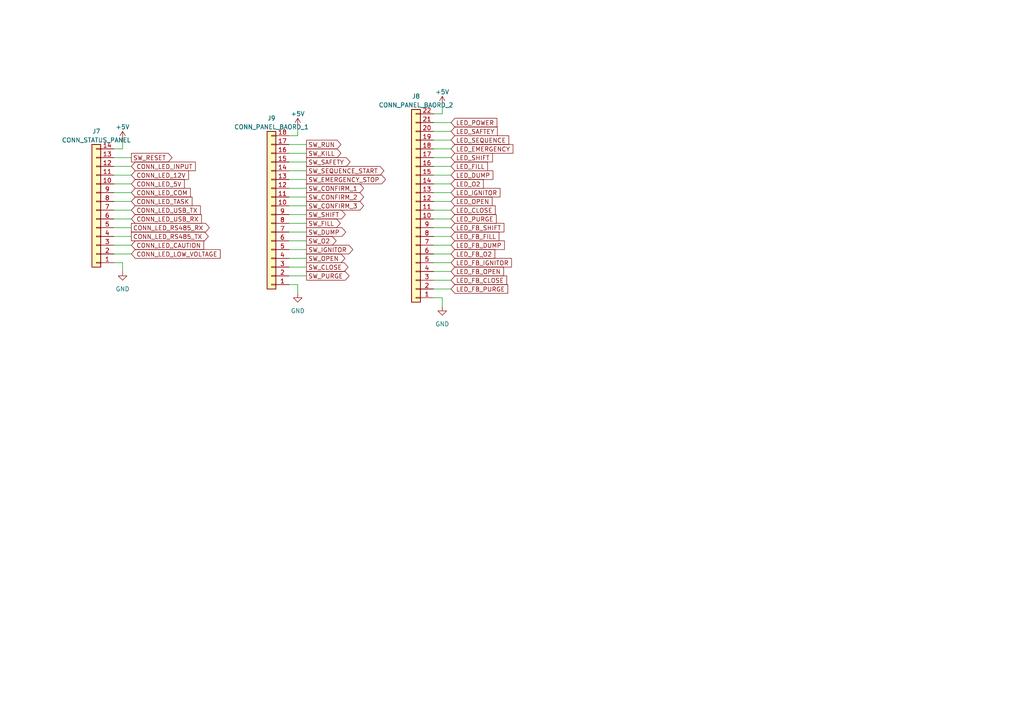
<source format=kicad_sch>
(kicad_sch (version 20230121) (generator eeschema)
  (paper "A4")
  (lib_symbols
    (symbol "Connector_Generic:Conn_01x14" (pin_names (offset 1.016) hide)
      (property "Reference" "J" (at 0 17.78 0))
      (property "Value" "Conn_01x14" (at 0 -20.32 0))
      (symbol "Conn_01x14_1_1"
        (rectangle (start -1.27 -17.653) (end 0 -17.907) (stroke (width 0.1524)))
        (rectangle (start -1.27 -15.113) (end 0 -15.367) (stroke (width 0.1524)))
        (rectangle (start -1.27 -12.573) (end 0 -12.827) (stroke (width 0.1524)))
        (rectangle (start -1.27 -10.033) (end 0 -10.287) (stroke (width 0.1524)))
        (rectangle (start -1.27 -7.493) (end 0 -7.747) (stroke (width 0.1524)))
        (rectangle (start -1.27 -4.953) (end 0 -5.207) (stroke (width 0.1524)))
        (rectangle (start -1.27 -2.413) (end 0 -2.667) (stroke (width 0.1524)))
        (rectangle (start -1.27 0.127) (end 0 -0.127) (stroke (width 0.1524)))
        (rectangle (start -1.27 2.667) (end 0 2.413) (stroke (width 0.1524)))
        (rectangle (start -1.27 5.207) (end 0 4.953) (stroke (width 0.1524)))
        (rectangle (start -1.27 7.747) (end 0 7.493) (stroke (width 0.1524)))
        (rectangle (start -1.27 10.287) (end 0 10.033) (stroke (width 0.1524)))
        (rectangle (start -1.27 12.827) (end 0 12.573) (stroke (width 0.1524)))
        (rectangle (start -1.27 15.367) (end 0 15.113) (stroke (width 0.1524)))
        (rectangle (start -1.27 16.51) (end 1.27 -19.05) (stroke (width 0.254)) (fill (type background)))
        (pin passive line (at -5.08 15.24 0) (length 3.81) (name "Pin_1") (number "1"))
        (pin passive line (at -5.08 -7.62 0) (length 3.81) (name "Pin_10") (number "10"))
        (pin passive line (at -5.08 -10.16 0) (length 3.81) (name "Pin_11") (number "11"))
        (pin passive line (at -5.08 -12.7 0) (length 3.81) (name "Pin_12") (number "12"))
        (pin passive line (at -5.08 -15.24 0) (length 3.81) (name "Pin_13") (number "13"))
        (pin passive line (at -5.08 -17.78 0) (length 3.81) (name "Pin_14") (number "14"))
        (pin passive line (at -5.08 12.7 0) (length 3.81) (name "Pin_2") (number "2"))
        (pin passive line (at -5.08 10.16 0) (length 3.81) (name "Pin_3") (number "3"))
        (pin passive line (at -5.08 7.62 0) (length 3.81) (name "Pin_4") (number "4"))
        (pin passive line (at -5.08 5.08 0) (length 3.81) (name "Pin_5") (number "5"))
        (pin passive line (at -5.08 2.54 0) (length 3.81) (name "Pin_6") (number "6"))
        (pin passive line (at -5.08 0 0) (length 3.81) (name "Pin_7") (number "7"))
        (pin passive line (at -5.08 -2.54 0) (length 3.81) (name "Pin_8") (number "8"))
        (pin passive line (at -5.08 -5.08 0) (length 3.81) (name "Pin_9") (number "9"))
      )
    )
    (symbol "Connector_Generic:Conn_01x18" (pin_names (offset 1.016) hide)
      (property "Reference" "J" (at 0 22.86 0))
      (property "Value" "Conn_01x18" (at 0 -25.4 0))
      (symbol "Conn_01x18_1_1"
        (rectangle (start -1.27 -22.733) (end 0 -22.987) (stroke (width 0.1524)))
        (rectangle (start -1.27 -20.193) (end 0 -20.447) (stroke (width 0.1524)))
        (rectangle (start -1.27 -17.653) (end 0 -17.907) (stroke (width 0.1524)))
        (rectangle (start -1.27 -15.113) (end 0 -15.367) (stroke (width 0.1524)))
        (rectangle (start -1.27 -12.573) (end 0 -12.827) (stroke (width 0.1524)))
        (rectangle (start -1.27 -10.033) (end 0 -10.287) (stroke (width 0.1524)))
        (rectangle (start -1.27 -7.493) (end 0 -7.747) (stroke (width 0.1524)))
        (rectangle (start -1.27 -4.953) (end 0 -5.207) (stroke (width 0.1524)))
        (rectangle (start -1.27 -2.413) (end 0 -2.667) (stroke (width 0.1524)))
        (rectangle (start -1.27 0.127) (end 0 -0.127) (stroke (width 0.1524)))
        (rectangle (start -1.27 2.667) (end 0 2.413) (stroke (width 0.1524)))
        (rectangle (start -1.27 5.207) (end 0 4.953) (stroke (width 0.1524)))
        (rectangle (start -1.27 7.747) (end 0 7.493) (stroke (width 0.1524)))
        (rectangle (start -1.27 10.287) (end 0 10.033) (stroke (width 0.1524)))
        (rectangle (start -1.27 12.827) (end 0 12.573) (stroke (width 0.1524)))
        (rectangle (start -1.27 15.367) (end 0 15.113) (stroke (width 0.1524)))
        (rectangle (start -1.27 17.907) (end 0 17.653) (stroke (width 0.1524)))
        (rectangle (start -1.27 20.447) (end 0 20.193) (stroke (width 0.1524)))
        (rectangle (start -1.27 21.59) (end 1.27 -24.13) (stroke (width 0.254)) (fill (type background)))
        (pin passive line (at -5.08 20.32 0) (length 3.81) (name "Pin_1") (number "1"))
        (pin passive line (at -5.08 -2.54 0) (length 3.81) (name "Pin_10") (number "10"))
        (pin passive line (at -5.08 -5.08 0) (length 3.81) (name "Pin_11") (number "11"))
        (pin passive line (at -5.08 -7.62 0) (length 3.81) (name "Pin_12") (number "12"))
        (pin passive line (at -5.08 -10.16 0) (length 3.81) (name "Pin_13") (number "13"))
        (pin passive line (at -5.08 -12.7 0) (length 3.81) (name "Pin_14") (number "14"))
        (pin passive line (at -5.08 -15.24 0) (length 3.81) (name "Pin_15") (number "15"))
        (pin passive line (at -5.08 -17.78 0) (length 3.81) (name "Pin_16") (number "16"))
        (pin passive line (at -5.08 -20.32 0) (length 3.81) (name "Pin_17") (number "17"))
        (pin passive line (at -5.08 -22.86 0) (length 3.81) (name "Pin_18") (number "18"))
        (pin passive line (at -5.08 17.78 0) (length 3.81) (name "Pin_2") (number "2"))
        (pin passive line (at -5.08 15.24 0) (length 3.81) (name "Pin_3") (number "3"))
        (pin passive line (at -5.08 12.7 0) (length 3.81) (name "Pin_4") (number "4"))
        (pin passive line (at -5.08 10.16 0) (length 3.81) (name "Pin_5") (number "5"))
        (pin passive line (at -5.08 7.62 0) (length 3.81) (name "Pin_6") (number "6"))
        (pin passive line (at -5.08 5.08 0) (length 3.81) (name "Pin_7") (number "7"))
        (pin passive line (at -5.08 2.54 0) (length 3.81) (name "Pin_8") (number "8"))
        (pin passive line (at -5.08 0 0) (length 3.81) (name "Pin_9") (number "9"))
      )
    )
    (symbol "Connector_Generic:Conn_01x22" (pin_names (offset 1.016) hide)
      (property "Reference" "J" (at 0 27.94 0))
      (property "Value" "Conn_01x22" (at 0 -30.48 0))
      (symbol "Conn_01x22_1_1"
        (rectangle (start -1.27 -27.813) (end 0 -28.067) (stroke (width 0.1524)))
        (rectangle (start -1.27 -25.273) (end 0 -25.527) (stroke (width 0.1524)))
        (rectangle (start -1.27 -22.733) (end 0 -22.987) (stroke (width 0.1524)))
        (rectangle (start -1.27 -20.193) (end 0 -20.447) (stroke (width 0.1524)))
        (rectangle (start -1.27 -17.653) (end 0 -17.907) (stroke (width 0.1524)))
        (rectangle (start -1.27 -15.113) (end 0 -15.367) (stroke (width 0.1524)))
        (rectangle (start -1.27 -12.573) (end 0 -12.827) (stroke (width 0.1524)))
        (rectangle (start -1.27 -10.033) (end 0 -10.287) (stroke (width 0.1524)))
        (rectangle (start -1.27 -7.493) (end 0 -7.747) (stroke (width 0.1524)))
        (rectangle (start -1.27 -4.953) (end 0 -5.207) (stroke (width 0.1524)))
        (rectangle (start -1.27 -2.413) (end 0 -2.667) (stroke (width 0.1524)))
        (rectangle (start -1.27 0.127) (end 0 -0.127) (stroke (width 0.1524)))
        (rectangle (start -1.27 2.667) (end 0 2.413) (stroke (width 0.1524)))
        (rectangle (start -1.27 5.207) (end 0 4.953) (stroke (width 0.1524)))
        (rectangle (start -1.27 7.747) (end 0 7.493) (stroke (width 0.1524)))
        (rectangle (start -1.27 10.287) (end 0 10.033) (stroke (width 0.1524)))
        (rectangle (start -1.27 12.827) (end 0 12.573) (stroke (width 0.1524)))
        (rectangle (start -1.27 15.367) (end 0 15.113) (stroke (width 0.1524)))
        (rectangle (start -1.27 17.907) (end 0 17.653) (stroke (width 0.1524)))
        (rectangle (start -1.27 20.447) (end 0 20.193) (stroke (width 0.1524)))
        (rectangle (start -1.27 22.987) (end 0 22.733) (stroke (width 0.1524)))
        (rectangle (start -1.27 25.527) (end 0 25.273) (stroke (width 0.1524)))
        (rectangle (start -1.27 26.67) (end 1.27 -29.21) (stroke (width 0.254)) (fill (type background)))
        (pin passive line (at -5.08 25.4 0) (length 3.81) (name "Pin_1") (number "1"))
        (pin passive line (at -5.08 2.54 0) (length 3.81) (name "Pin_10") (number "10"))
        (pin passive line (at -5.08 0 0) (length 3.81) (name "Pin_11") (number "11"))
        (pin passive line (at -5.08 -2.54 0) (length 3.81) (name "Pin_12") (number "12"))
        (pin passive line (at -5.08 -5.08 0) (length 3.81) (name "Pin_13") (number "13"))
        (pin passive line (at -5.08 -7.62 0) (length 3.81) (name "Pin_14") (number "14"))
        (pin passive line (at -5.08 -10.16 0) (length 3.81) (name "Pin_15") (number "15"))
        (pin passive line (at -5.08 -12.7 0) (length 3.81) (name "Pin_16") (number "16"))
        (pin passive line (at -5.08 -15.24 0) (length 3.81) (name "Pin_17") (number "17"))
        (pin passive line (at -5.08 -17.78 0) (length 3.81) (name "Pin_18") (number "18"))
        (pin passive line (at -5.08 -20.32 0) (length 3.81) (name "Pin_19") (number "19"))
        (pin passive line (at -5.08 22.86 0) (length 3.81) (name "Pin_2") (number "2"))
        (pin passive line (at -5.08 -22.86 0) (length 3.81) (name "Pin_20") (number "20"))
        (pin passive line (at -5.08 -25.4 0) (length 3.81) (name "Pin_21") (number "21"))
        (pin passive line (at -5.08 -27.94 0) (length 3.81) (name "Pin_22") (number "22"))
        (pin passive line (at -5.08 20.32 0) (length 3.81) (name "Pin_3") (number "3"))
        (pin passive line (at -5.08 17.78 0) (length 3.81) (name "Pin_4") (number "4"))
        (pin passive line (at -5.08 15.24 0) (length 3.81) (name "Pin_5") (number "5"))
        (pin passive line (at -5.08 12.7 0) (length 3.81) (name "Pin_6") (number "6"))
        (pin passive line (at -5.08 10.16 0) (length 3.81) (name "Pin_7") (number "7"))
        (pin passive line (at -5.08 7.62 0) (length 3.81) (name "Pin_8") (number "8"))
        (pin passive line (at -5.08 5.08 0) (length 3.81) (name "Pin_9") (number "9"))
      )
    )
    (symbol "power:+5V" (power) (pin_names (offset 0))
      (property "Value" "+5V" (at 0 3.556 0))
      (symbol "+5V_0_1"
        (polyline (pts (xy -0.762 1.27) (xy 0 2.54)))
        (polyline (pts (xy 0 0) (xy 0 2.54)))
        (polyline (pts (xy 0 2.54) (xy 0.762 1.27)))
      )
      (symbol "+5V_1_1"
        (pin power_in line (at 0 0 90) (length 0) hide (name "+5V") (number "1"))
      )
    )
    (symbol "power:GND" (power) (pin_names (offset 0))
      (property "Value" "GND" (at 0 -3.81 0))
      (symbol "GND_0_1"
        (polyline (pts (xy 0 0) (xy 0 -1.27) (xy 1.27 -1.27) (xy 0 -2.54) (xy -1.27 -1.27) (xy 0 -1.27)))
      )
      (symbol "GND_1_1"
        (pin power_in line (at 0 0 270) (length 0) hide (name "GND") (number "1"))
      )
    )
  )
  (wire (pts (xy 86.36 36.83) (xy 86.36 39.37)))
  (wire (pts (xy 83.82 52.07) (xy 88.9 52.07)))
  (wire (pts (xy 33.02 73.66) (xy 38.1 73.66)))
  (wire (pts (xy 125.73 73.66) (xy 130.81 73.66)))
  (wire (pts (xy 83.82 74.93) (xy 88.9 74.93)))
  (wire (pts (xy 33.02 58.42) (xy 38.1 58.42)))
  (wire (pts (xy 33.02 55.88) (xy 38.1 55.88)))
  (wire (pts (xy 35.56 43.18) (xy 33.02 43.18)))
  (wire (pts (xy 33.02 45.72) (xy 38.1 45.72)))
  (wire (pts (xy 83.82 57.15) (xy 88.9 57.15)))
  (wire (pts (xy 125.73 38.1) (xy 130.81 38.1)))
  (wire (pts (xy 33.02 60.96) (xy 38.1 60.96)))
  (wire (pts (xy 125.73 83.82) (xy 130.81 83.82)))
  (wire (pts (xy 128.27 86.36) (xy 128.27 88.9)))
  (wire (pts (xy 83.82 59.69) (xy 88.9 59.69)))
  (wire (pts (xy 33.02 53.34) (xy 38.1 53.34)))
  (wire (pts (xy 125.73 58.42) (xy 130.81 58.42)))
  (wire (pts (xy 35.56 40.64) (xy 35.56 43.18)))
  (wire (pts (xy 83.82 72.39) (xy 88.9 72.39)))
  (wire (pts (xy 125.73 40.64) (xy 130.81 40.64)))
  (wire (pts (xy 125.73 71.12) (xy 130.81 71.12)))
  (wire (pts (xy 125.73 63.5) (xy 130.81 63.5)))
  (wire (pts (xy 125.73 48.26) (xy 130.81 48.26)))
  (wire (pts (xy 83.82 49.53) (xy 88.9 49.53)))
  (wire (pts (xy 83.82 54.61) (xy 88.9 54.61)))
  (wire (pts (xy 83.82 69.85) (xy 88.9 69.85)))
  (wire (pts (xy 83.82 44.45) (xy 88.9 44.45)))
  (wire (pts (xy 33.02 48.26) (xy 38.1 48.26)))
  (wire (pts (xy 125.73 53.34) (xy 130.81 53.34)))
  (wire (pts (xy 83.82 62.23) (xy 88.9 62.23)))
  (wire (pts (xy 33.02 50.8) (xy 38.1 50.8)))
  (wire (pts (xy 33.02 63.5) (xy 38.1 63.5)))
  (wire (pts (xy 125.73 50.8) (xy 130.81 50.8)))
  (wire (pts (xy 125.73 78.74) (xy 130.81 78.74)))
  (wire (pts (xy 125.73 35.56) (xy 130.81 35.56)))
  (wire (pts (xy 83.82 80.01) (xy 88.9 80.01)))
  (wire (pts (xy 128.27 30.48) (xy 128.27 33.02)))
  (wire (pts (xy 33.02 71.12) (xy 38.1 71.12)))
  (wire (pts (xy 83.82 77.47) (xy 88.9 77.47)))
  (wire (pts (xy 33.02 66.04) (xy 38.1 66.04)))
  (wire (pts (xy 33.02 68.58) (xy 38.1 68.58)))
  (wire (pts (xy 33.02 76.2) (xy 35.56 76.2)))
  (wire (pts (xy 83.82 67.31) (xy 88.9 67.31)))
  (wire (pts (xy 125.73 45.72) (xy 130.81 45.72)))
  (wire (pts (xy 83.82 64.77) (xy 88.9 64.77)))
  (wire (pts (xy 125.73 86.36) (xy 128.27 86.36)))
  (wire (pts (xy 128.27 33.02) (xy 125.73 33.02)))
  (wire (pts (xy 125.73 55.88) (xy 130.81 55.88)))
  (wire (pts (xy 125.73 76.2) (xy 130.81 76.2)))
  (wire (pts (xy 125.73 81.28) (xy 130.81 81.28)))
  (wire (pts (xy 86.36 39.37) (xy 83.82 39.37)))
  (wire (pts (xy 35.56 76.2) (xy 35.56 78.74)))
  (wire (pts (xy 86.36 82.55) (xy 86.36 85.09)))
  (wire (pts (xy 125.73 60.96) (xy 130.81 60.96)))
  (wire (pts (xy 83.82 82.55) (xy 86.36 82.55)))
  (wire (pts (xy 83.82 46.99) (xy 88.9 46.99)))
  (wire (pts (xy 125.73 66.04) (xy 130.81 66.04)))
  (wire (pts (xy 125.73 43.18) (xy 130.81 43.18)))
  (wire (pts (xy 83.82 41.91) (xy 88.9 41.91)))
  (wire (pts (xy 125.73 68.58) (xy 130.81 68.58)))
  (global_label "LED_FB_CLOSE" (shape input) (at 130.81 81.28 0) (property "Intersheetrefs" "${INTERSHEET_REFS}" (effects hide)))
  (global_label "SW_EMERGENCY_STOP" (shape output) (at 88.9 52.07 0) (property "Intersheetrefs" "${INTERSHEET_REFS}" (effects hide)))
  (global_label "CONN_LED_RS485_RX" (shape output) (at 38.1 66.04 0) (property "Intersheetrefs" "${INTERSHEET_REFS}" (effects hide)))
  (global_label "CONN_LED_INPUT" (shape input) (at 38.1 48.26 0) (property "Intersheetrefs" "${INTERSHEET_REFS}" (effects hide)))
  (global_label "CONN_LED_5V" (shape input) (at 38.1 53.34 0) (property "Intersheetrefs" "${INTERSHEET_REFS}" (effects hide)))
  (global_label "SW_KILL" (shape output) (at 88.9 44.45 0) (property "Intersheetrefs" "${INTERSHEET_REFS}" (effects hide)))
  (global_label "CONN_LED_USB_TX" (shape input) (at 38.1 60.96 0) (property "Intersheetrefs" "${INTERSHEET_REFS}" (effects hide)))
  (global_label "SW_DUMP" (shape output) (at 88.9 67.31 0) (property "Intersheetrefs" "${INTERSHEET_REFS}" (effects hide)))
  (global_label "SW_CONFIRM_1" (shape output) (at 88.9 54.61 0) (property "Intersheetrefs" "${INTERSHEET_REFS}" (effects hide)))
  (global_label "LED_O2" (shape input) (at 130.81 53.34 0) (property "Intersheetrefs" "${INTERSHEET_REFS}" (effects hide)))
  (global_label "LED_EMERGENCY" (shape input) (at 130.81 43.18 0) (property "Intersheetrefs" "${INTERSHEET_REFS}" (effects hide)))
  (global_label "LED_FB_IGNITOR" (shape input) (at 130.81 76.2 0) (property "Intersheetrefs" "${INTERSHEET_REFS}" (effects hide)))
  (global_label "SW_PURGE" (shape output) (at 88.9 80.01 0) (property "Intersheetrefs" "${INTERSHEET_REFS}" (effects hide)))
  (global_label "SW_IGNITOR" (shape output) (at 88.9 72.39 0) (property "Intersheetrefs" "${INTERSHEET_REFS}" (effects hide)))
  (global_label "SW_CONFIRM_3" (shape output) (at 88.9 59.69 0) (property "Intersheetrefs" "${INTERSHEET_REFS}" (effects hide)))
  (global_label "LED_SEQUENCE" (shape input) (at 130.81 40.64 0) (property "Intersheetrefs" "${INTERSHEET_REFS}" (effects hide)))
  (global_label "LED_SAFTEY" (shape input) (at 130.81 38.1 0) (property "Intersheetrefs" "${INTERSHEET_REFS}" (effects hide)))
  (global_label "CONN_LED_USB_RX" (shape input) (at 38.1 63.5 0) (property "Intersheetrefs" "${INTERSHEET_REFS}" (effects hide)))
  (global_label "CONN_LED_TASK" (shape input) (at 38.1 58.42 0) (property "Intersheetrefs" "${INTERSHEET_REFS}" (effects hide)))
  (global_label "LED_FB_SHIFT" (shape input) (at 130.81 66.04 0) (property "Intersheetrefs" "${INTERSHEET_REFS}" (effects hide)))
  (global_label "SW_SHIFT" (shape output) (at 88.9 62.23 0) (property "Intersheetrefs" "${INTERSHEET_REFS}" (effects hide)))
  (global_label "CONN_LED_CAUTION" (shape input) (at 38.1 71.12 0) (property "Intersheetrefs" "${INTERSHEET_REFS}" (effects hide)))
  (global_label "CONN_LED_12V" (shape input) (at 38.1 50.8 0) (property "Intersheetrefs" "${INTERSHEET_REFS}" (effects hide)))
  (global_label "LED_FB_OPEN" (shape input) (at 130.81 78.74 0) (property "Intersheetrefs" "${INTERSHEET_REFS}" (effects hide)))
  (global_label "LED_FB_FILL" (shape input) (at 130.81 68.58 0) (property "Intersheetrefs" "${INTERSHEET_REFS}" (effects hide)))
  (global_label "LED_FILL" (shape input) (at 130.81 48.26 0) (property "Intersheetrefs" "${INTERSHEET_REFS}" (effects hide)))
  (global_label "SW_CLOSE" (shape output) (at 88.9 77.47 0) (property "Intersheetrefs" "${INTERSHEET_REFS}" (effects hide)))
  (global_label "SW_RUN" (shape output) (at 88.9 41.91 0) (property "Intersheetrefs" "${INTERSHEET_REFS}" (effects hide)))
  (global_label "SW_SAFETY" (shape output) (at 88.9 46.99 0) (property "Intersheetrefs" "${INTERSHEET_REFS}" (effects hide)))
  (global_label "LED_POWER" (shape input) (at 130.81 35.56 0) (property "Intersheetrefs" "${INTERSHEET_REFS}" (effects hide)))
  (global_label "LED_IGNITOR" (shape input) (at 130.81 55.88 0) (property "Intersheetrefs" "${INTERSHEET_REFS}" (effects hide)))
  (global_label "LED_FB_PURGE" (shape input) (at 130.81 83.82 0) (property "Intersheetrefs" "${INTERSHEET_REFS}" (effects hide)))
  (global_label "LED_SHIFT" (shape input) (at 130.81 45.72 0) (property "Intersheetrefs" "${INTERSHEET_REFS}" (effects hide)))
  (global_label "SW_O2" (shape output) (at 88.9 69.85 0) (property "Intersheetrefs" "${INTERSHEET_REFS}" (effects hide)))
  (global_label "LED_DUMP" (shape input) (at 130.81 50.8 0) (property "Intersheetrefs" "${INTERSHEET_REFS}" (effects hide)))
  (global_label "SW_FILL" (shape output) (at 88.9 64.77 0) (property "Intersheetrefs" "${INTERSHEET_REFS}" (effects hide)))
  (global_label "SW_OPEN" (shape output) (at 88.9 74.93 0) (property "Intersheetrefs" "${INTERSHEET_REFS}" (effects hide)))
  (global_label "LED_OPEN" (shape input) (at 130.81 58.42 0) (property "Intersheetrefs" "${INTERSHEET_REFS}" (effects hide)))
  (global_label "LED_FB_DUMP" (shape input) (at 130.81 71.12 0) (property "Intersheetrefs" "${INTERSHEET_REFS}" (effects hide)))
  (global_label "LED_FB_O2" (shape input) (at 130.81 73.66 0) (property "Intersheetrefs" "${INTERSHEET_REFS}" (effects hide)))
  (global_label "CONN_LED_LOW_VOLTAGE" (shape input) (at 38.1 73.66 0) (property "Intersheetrefs" "${INTERSHEET_REFS}" (effects hide)))
  (global_label "SW_CONFIRM_2" (shape output) (at 88.9 57.15 0) (property "Intersheetrefs" "${INTERSHEET_REFS}" (effects hide)))
  (global_label "LED_PURGE" (shape input) (at 130.81 63.5 0) (property "Intersheetrefs" "${INTERSHEET_REFS}" (effects hide)))
  (global_label "CONN_LED_RS485_TX" (shape output) (at 38.1 68.58 0) (property "Intersheetrefs" "${INTERSHEET_REFS}" (effects hide)))
  (global_label "LED_CLOSE" (shape input) (at 130.81 60.96 0) (property "Intersheetrefs" "${INTERSHEET_REFS}" (effects hide)))
  (global_label "SW_RESET" (shape output) (at 38.1 45.72 0) (property "Intersheetrefs" "${INTERSHEET_REFS}" (effects hide)))
  (global_label "CONN_LED_COM" (shape input) (at 38.1 55.88 0) (property "Intersheetrefs" "${INTERSHEET_REFS}" (effects hide)))
  (global_label "SW_SEQUENCE_START" (shape output) (at 88.9 49.53 0) (property "Intersheetrefs" "${INTERSHEET_REFS}" (effects hide)))
  (symbol (lib_id "Connector_Generic:Conn_01x22") (at 120.65 60.96 180) (unit 1)
    (property "Reference" "J8" (at 120.65 27.94 0))
    (property "Value" "CONN_PANEL_BAORD_2" (at 120.65 30.48 0))
    (property "Footprint" "TSRP_Connector_Hirose:DF51A-22DP-2DS" (effects hide))
    (instances (project "LaunchController" (path "" (reference "J8") (unit 1))) (project "SatelliteController" (path "" (reference "J9") (unit 1))))
  )
  (symbol (lib_id "Connector_Generic:Conn_01x18") (at 78.74 62.23 180) (unit 1)
    (property "Reference" "J9" (at 78.74 34.29 0))
    (property "Value" "CONN_PANEL_BAORD_1" (at 78.74 36.83 0))
    (property "Footprint" "TSRP_Connector_Hirose:DF51A-18DP-2DS" (effects hide))
    (instances (project "LaunchController" (path "" (reference "J9") (unit 1))) (project "SatelliteController" (path "" (reference "J8") (unit 1))))
  )
  (symbol (lib_id "power:+5V") (at 86.36 36.83 0) (unit 1)
    (property "Reference" "#PWR046" (effects hide))
    (property "Value" "+5V" (at 86.36 33.02 0))
    (instances (project "LaunchController" (path "" (reference "#PWR046") (unit 1)) (path "" (reference "#PWR049") (unit 1))) (project "SatelliteController" (path "" (reference "#PWR053") (unit 1))))
  )
  (symbol (lib_id "power:+5V") (at 128.27 30.48 0) (unit 1)
    (property "Reference" "#PWR046" (effects hide))
    (property "Value" "+5V" (at 128.27 26.67 0))
    (instances (project "LaunchController" (path "" (reference "#PWR046") (unit 1)) (path "" (reference "#PWR048") (unit 1))) (project "SatelliteController" (path "" (reference "#PWR055") (unit 1))))
  )
  (symbol (lib_id "Connector_Generic:Conn_01x14") (at 27.94 60.96 180) (unit 1)
    (property "Reference" "J7" (at 27.94 38.1 0))
    (property "Value" "CONN_STATUS_PANEL" (at 27.94 40.64 0))
    (property "Footprint" "TSRP_Connector_Hirose:DF51A-14DP-2DS" (effects hide))
  )
  (symbol (lib_id "power:GND") (at 35.56 78.74 0) (unit 1)
    (property "Reference" "#PWR051" (effects hide))
    (property "Value" "GND" (at 35.56 83.82 0))
    (instances (project "LaunchController" (path "" (reference "#PWR051") (unit 1))) (project "SatelliteController" (path "" (reference "#PWR052") (unit 1))))
  )
  (symbol (lib_id "power:GND") (at 86.36 85.09 0) (unit 1)
    (property "Reference" "#PWR052" (effects hide))
    (property "Value" "GND" (at 86.36 90.17 0))
    (instances (project "LaunchController" (path "" (reference "#PWR052") (unit 1))) (project "SatelliteController" (path "" (reference "#PWR054") (unit 1))))
  )
  (symbol (lib_id "power:+5V") (at 35.56 40.64 0) (unit 1)
    (property "Reference" "#PWR046" (effects hide))
    (property "Value" "+5V" (at 35.56 36.83 0))
    (instances (project "LaunchController" (path "" (reference "#PWR046") (unit 1)) (path "" (reference "#PWR050") (unit 1))) (project "SatelliteController" (path "" (reference "#PWR051") (unit 1))))
  )
  (symbol (lib_id "power:GND") (at 128.27 88.9 0) (unit 1)
    (property "Reference" "#PWR053" (effects hide))
    (property "Value" "GND" (at 128.27 93.98 0))
    (instances (project "LaunchController" (path "" (reference "#PWR053") (unit 1))) (project "SatelliteController" (path "" (reference "#PWR056") (unit 1))))
  )
)
</source>
